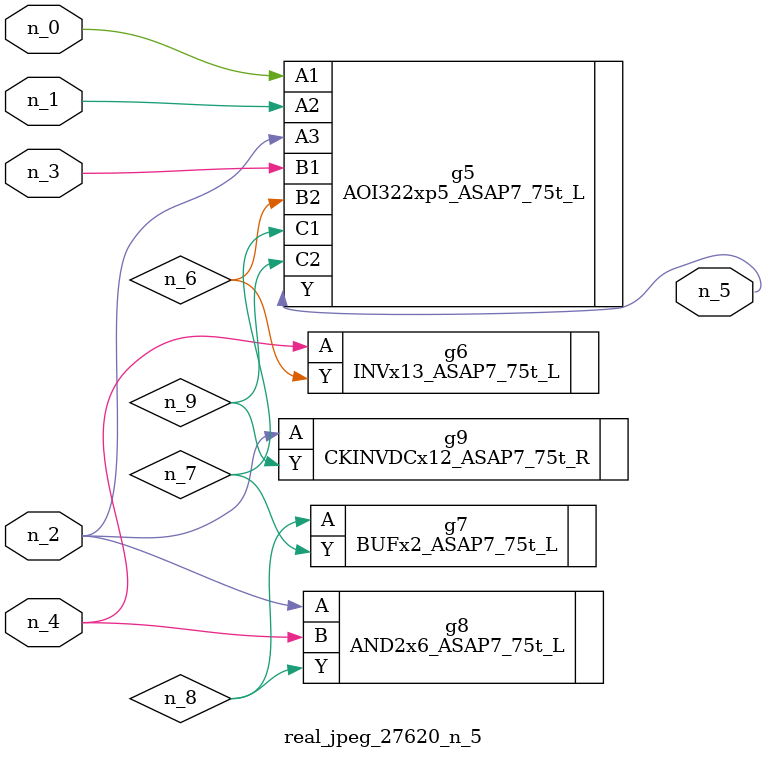
<source format=v>
module real_jpeg_27620_n_5 (n_4, n_0, n_1, n_2, n_3, n_5);

input n_4;
input n_0;
input n_1;
input n_2;
input n_3;

output n_5;

wire n_8;
wire n_6;
wire n_7;
wire n_9;

AOI322xp5_ASAP7_75t_L g5 ( 
.A1(n_0),
.A2(n_1),
.A3(n_2),
.B1(n_3),
.B2(n_6),
.C1(n_7),
.C2(n_9),
.Y(n_5)
);

AND2x6_ASAP7_75t_L g8 ( 
.A(n_2),
.B(n_4),
.Y(n_8)
);

CKINVDCx12_ASAP7_75t_R g9 ( 
.A(n_2),
.Y(n_9)
);

INVx13_ASAP7_75t_L g6 ( 
.A(n_4),
.Y(n_6)
);

BUFx2_ASAP7_75t_L g7 ( 
.A(n_8),
.Y(n_7)
);


endmodule
</source>
